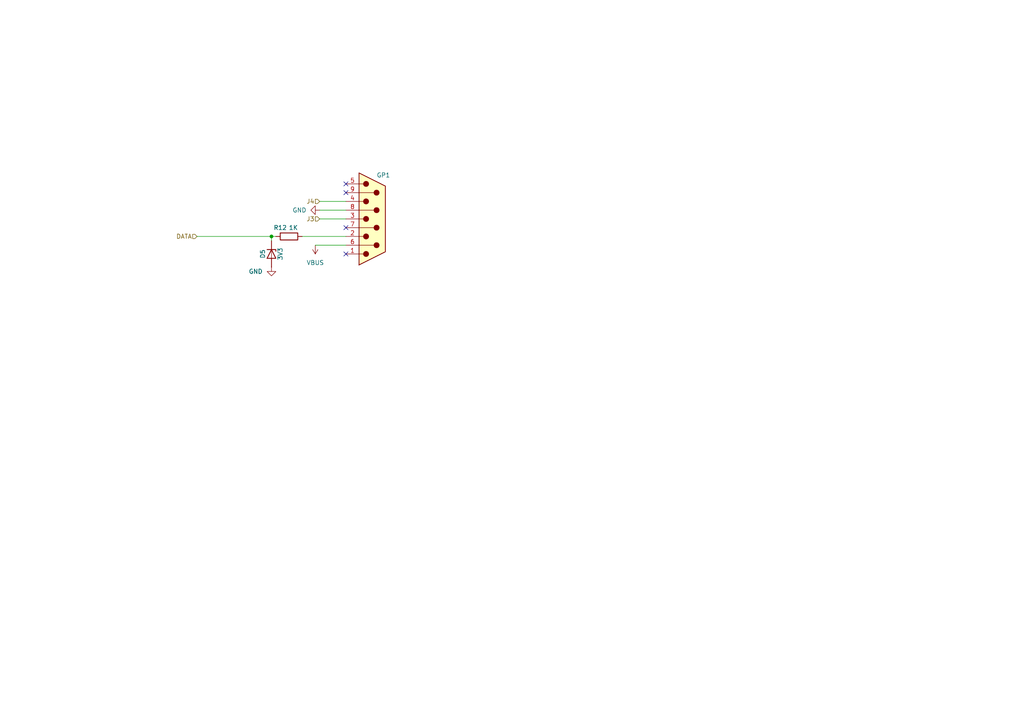
<source format=kicad_sch>
(kicad_sch (version 20250114) (generator "eeschema") (generator_version "9.0")
  (paper "A4")
  (title_block (title "FRANK RM1Z") (date "2025-03-06") (rev "1.00") (company "Mikhail Matveev") (comment 1 "https://github.com/xtremespb/frank"))
  (lib_symbols
    (symbol "Device:D_Zener" (pin_numbers (hide yes)) (pin_names (offset 1.016) (hide yes))
      (property "Reference" "D" (at 0 2.54 0))
      (property "Value" "D_Zener" (at 0 -2.54 0))
      (symbol "D_Zener_0_1"
        (polyline (pts (xy -1.27 -1.27) (xy -1.27 1.27) (xy -0.762 1.27)) (stroke (width 0.254)))
        (polyline (pts (xy 1.27 0) (xy -1.27 0)))
        (polyline (pts (xy 1.27 -1.27) (xy 1.27 1.27) (xy -1.27 0) (xy 1.27 -1.27)) (stroke (width 0.254)))
      )
      (symbol "D_Zener_1_1"
        (pin passive line (at -3.81 0 0) (length 2.54) (name "K") (number "1"))
        (pin passive line (at 3.81 0 180) (length 2.54) (name "A") (number "2"))
      )
    )
    (symbol "Device:R" (pin_numbers (hide yes)) (pin_names (offset 0))
      (property "Reference" "R" (at 2.032 0 90))
      (property "Value" "R" (at 0 0 90))
      (symbol "R_0_1"
        (rectangle (start -1.016 -2.54) (end 1.016 2.54) (stroke (width 0.254)))
      )
      (symbol "R_1_1"
        (pin passive line (at 0 3.81 270) (length 1.27) (name "~") (number "1"))
        (pin passive line (at 0 -3.81 90) (length 1.27) (name "~") (number "2"))
      )
    )
    (symbol "FRANK:DB9_Male_Small" (pin_names (offset 1.016) (hide yes))
      (property "Reference" "JOY1" (at 1.27 12.7 0))
      (symbol "DB9_Male_Small_0_1"
        (polyline (pts (xy -3.81 10.16) (xy -2.54 10.16)))
        (polyline (pts (xy -3.81 7.62) (xy 0.508 7.62)))
        (polyline (pts (xy -3.81 5.08) (xy -2.54 5.08)))
        (polyline (pts (xy -3.81 2.54) (xy 0.508 2.54)))
        (polyline (pts (xy -3.81 0) (xy -2.54 0)))
        (polyline (pts (xy -3.81 -2.54) (xy 0.508 -2.54)))
        (polyline (pts (xy -3.81 -5.08) (xy -2.54 -5.08)))
        (polyline (pts (xy -3.81 -7.62) (xy 0.508 -7.62)))
        (polyline (pts (xy -3.81 -10.16) (xy -2.54 -10.16)))
        (polyline (pts (xy -3.81 -13.335) (xy -3.81 13.335) (xy 3.81 9.525) (xy 3.81 -9.525) (xy -3.81 -13.335)) (stroke (width 0.254)) (fill (type background)))
        (circle (center -1.778 10.16) (radius 0.762) (fill (type outline)))
        (circle (center -1.778 5.08) (radius 0.762) (fill (type outline)))
        (circle (center -1.778 0) (radius 0.762) (fill (type outline)))
        (circle (center -1.778 -5.08) (radius 0.762) (fill (type outline)))
        (circle (center -1.778 -10.16) (radius 0.762) (fill (type outline)))
        (circle (center 1.27 7.62) (radius 0.762) (fill (type outline)))
        (circle (center 1.27 2.54) (radius 0.762) (fill (type outline)))
        (circle (center 1.27 -2.54) (radius 0.762) (fill (type outline)))
        (circle (center 1.27 -7.62) (radius 0.762) (fill (type outline)))
      )
      (symbol "DB9_Male_Small_1_1"
        (pin passive line (at -7.62 10.16 0) (length 3.81) (name "5") (number "5"))
        (pin passive line (at -7.62 7.62 0) (length 3.81) (name "9") (number "9"))
        (pin passive line (at -7.62 5.08 0) (length 3.81) (name "4") (number "4"))
        (pin passive line (at -7.62 2.54 0) (length 3.81) (name "8") (number "8"))
        (pin passive line (at -7.62 0 0) (length 3.81) (name "3") (number "3"))
        (pin passive line (at -7.62 -2.54 0) (length 3.81) (name "7") (number "7"))
        (pin passive line (at -7.62 -5.08 0) (length 3.81) (name "2") (number "2"))
        (pin passive line (at -7.62 -7.62 0) (length 3.81) (name "6") (number "6"))
        (pin passive line (at -7.62 -10.16 0) (length 3.81) (name "1") (number "1"))
      )
    )
    (symbol "GND_1" (power) (pin_numbers (hide yes)) (pin_names (offset 0) (hide yes))
      (property "Value" "GND" (at 0 -3.81 0))
      (symbol "GND_1_0_1"
        (polyline (pts (xy 0 0) (xy 0 -1.27) (xy 1.27 -1.27) (xy 0 -2.54) (xy -1.27 -1.27) (xy 0 -1.27)))
      )
      (symbol "GND_1_1_1"
        (pin power_in line (at 0 0 270) (length 0) (name "~") (number "1"))
      )
    )
    (symbol "power:GND" (power) (pin_numbers (hide yes)) (pin_names (offset 0) (hide yes))
      (property "Value" "GND" (at 0 -3.81 0))
      (symbol "GND_0_1"
        (polyline (pts (xy 0 0) (xy 0 -1.27) (xy 1.27 -1.27) (xy 0 -2.54) (xy -1.27 -1.27) (xy 0 -1.27)))
      )
      (symbol "GND_1_1"
        (pin power_in line (at 0 0 270) (length 0) (name "~") (number "1"))
      )
    )
    (symbol "power:VBUS" (power) (pin_numbers (hide yes)) (pin_names (offset 0) (hide yes))
      (property "Value" "VBUS" (at 0 3.556 0))
      (symbol "VBUS_0_1"
        (polyline (pts (xy -0.762 1.27) (xy 0 2.54)))
        (polyline (pts (xy 0 2.54) (xy 0.762 1.27)))
        (polyline (pts (xy 0 0) (xy 0 2.54)))
      )
      (symbol "VBUS_1_1"
        (pin power_in line (at 0 0 90) (length 0) (name "~") (number "1"))
      )
    )
  )
  (junction (at 78.74 68.58))
  (no_connect (at 100.33 55.88))
  (no_connect (at 100.33 53.34))
  (no_connect (at 100.33 66.04))
  (no_connect (at 100.33 73.66))
  (wire (pts (xy 92.71 63.5) (xy 100.33 63.5)))
  (wire (pts (xy 92.71 58.42) (xy 100.33 58.42)))
  (wire (pts (xy 91.44 71.12) (xy 100.33 71.12)))
  (wire (pts (xy 78.74 68.58) (xy 78.74 69.85)))
  (wire (pts (xy 57.15 68.58) (xy 78.74 68.58)))
  (wire (pts (xy 80.01 68.58) (xy 78.74 68.58)))
  (wire (pts (xy 92.71 60.96) (xy 100.33 60.96)))
  (wire (pts (xy 87.63 68.58) (xy 100.33 68.58)))
  (hierarchical_label "J4" (shape input) (at 92.71 58.42 180))
  (hierarchical_label "J3" (shape input) (at 92.71 63.5 180))
  (hierarchical_label "DATA" (shape input) (at 57.15 68.58 180))
  (symbol (lib_id "power:GND") (at 78.74 77.47 0) (unit 1)
    (property "Reference" "#PWR032" (effects (hide yes)))
    (property "Value" "GND" (at 76.2 78.74 0) (effects (justify right)))
    (property "Description" "Power symbol creates a global label with name \"GND\" , ground" (effects (hide yes)))
    (instances (project "" (path "" (reference "#PWR032") (unit 1)) (path "" (reference "#PWR035") (unit 1))))
  )
  (symbol (lib_id "Device:D_Zener") (at 78.74 73.66 270) (unit 1)
    (property "Reference" "D5" (at 76.2 73.66 0))
    (property "Value" "3V3" (at 81.28 73.66 0))
    (property "Footprint" "FRANK:Diode (SOD-323)" (effects (hide yes)))
    (property "Datasheet" "https://www.vishay.com/docs/83335/bzx384g.pdf" (effects (hide yes)))
    (property "AliExpress" "https://www.aliexpress.com/item/1005006143480992.html" (effects (hide yes)))
    (instances (project "" (path "" (reference "D5") (unit 1)) (path "" (reference "D6") (unit 1))))
  )
  (symbol (lib_id "power:VBUS") (at 91.44 71.12 180) (unit 1)
    (property "Reference" "#PWR031" (effects (hide yes)))
    (property "Value" "VBUS" (at 91.44 76.2 0))
    (property "Description" "Power symbol creates a global label with name \"VBUS\"" (effects (hide yes)))
    (instances (project "" (path "" (reference "#PWR031") (unit 1)) (path "" (reference "#PWR034") (unit 1))))
  )
  (symbol (lib_id "FRANK:DB9_Male_Small") (at 107.95 63.5 0) (unit 1)
    (property "Reference" "GP1" (at 109.22 50.8 0) (effects (justify left)))
    (property "Value" "D-SUB 9 Male" (effects (hide yes)))
    (property "Footprint" "FRANK:D-SUB (9 pin, male, top mount)" (effects (hide yes)))
    (property "Datasheet" "https://eu.mouser.com/datasheet/2/578/original-3313093.pdf" (effects (hide yes)))
    (property "AliExpress" "https://www.aliexpress.com/item/4001214300548.html" (effects (hide yes)))
    (instances (project "" (path "" (reference "GP1") (unit 1)) (path "" (reference "GP2") (unit 1))))
  )
  (symbol (lib_name "GND_1") (lib_id "power:GND") (at 92.71 60.96 270) (unit 1)
    (property "Reference" "#PWR030" (effects (hide yes)))
    (property "Value" "GND" (at 88.9 60.9599 90) (effects (justify right)))
    (property "Description" "Power symbol creates a global label with name \"GND\" , ground" (effects (hide yes)))
    (instances (project "" (path "" (reference "#PWR030") (unit 1)) (path "" (reference "#PWR033") (unit 1))))
  )
  (symbol (lib_id "Device:R") (at 83.82 68.58 90) (unit 1)
    (property "Reference" "R12" (at 81.28 66.04 90))
    (property "Value" "1K" (at 85.09 66.04 90))
    (property "Footprint" "FRANK:Resistor (0805)" (effects (hide yes)))
    (property "Datasheet" "https://www.vishay.com/docs/28952/mcs0402at-mct0603at-mcu0805at-mca1206at.pdf" (effects (hide yes)))
    (property "AliExpress" "https://www.aliexpress.com/item/1005005945735199.html" (effects (hide yes)))
    (instances (project "" (path "" (reference "R12") (unit 1)) (path "" (reference "R13") (unit 1))))
  )
)
</source>
